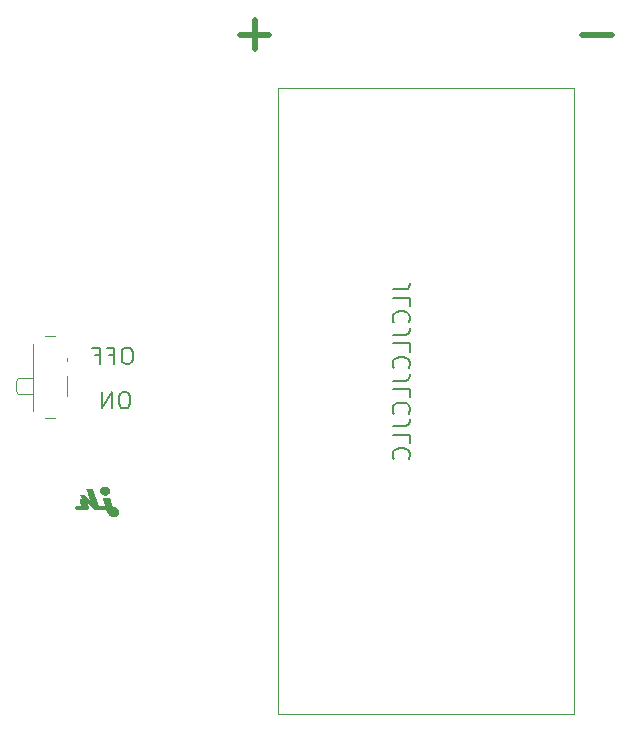
<source format=gbr>
%TF.GenerationSoftware,KiCad,Pcbnew,(5.1.10)-1*%
%TF.CreationDate,2021-10-17T16:41:48+02:00*%
%TF.ProjectId,TVZ_kuglica,54565a5f-6b75-4676-9c69-63612e6b6963,rev?*%
%TF.SameCoordinates,Original*%
%TF.FileFunction,Legend,Bot*%
%TF.FilePolarity,Positive*%
%FSLAX46Y46*%
G04 Gerber Fmt 4.6, Leading zero omitted, Abs format (unit mm)*
G04 Created by KiCad (PCBNEW (5.1.10)-1) date 2021-10-17 16:41:48*
%MOMM*%
%LPD*%
G01*
G04 APERTURE LIST*
%ADD10C,0.200000*%
%ADD11C,0.010000*%
%ADD12C,0.500000*%
%ADD13C,0.120000*%
G04 APERTURE END LIST*
D10*
X110616666Y-100983333D02*
X110350000Y-100983333D01*
X110216666Y-101050000D01*
X110083333Y-101183333D01*
X110016666Y-101450000D01*
X110016666Y-101916666D01*
X110083333Y-102183333D01*
X110216666Y-102316666D01*
X110350000Y-102383333D01*
X110616666Y-102383333D01*
X110750000Y-102316666D01*
X110883333Y-102183333D01*
X110950000Y-101916666D01*
X110950000Y-101450000D01*
X110883333Y-101183333D01*
X110750000Y-101050000D01*
X110616666Y-100983333D01*
X109416666Y-102383333D02*
X109416666Y-100983333D01*
X108616666Y-102383333D01*
X108616666Y-100983333D01*
X110833333Y-97233333D02*
X110566666Y-97233333D01*
X110433333Y-97300000D01*
X110300000Y-97433333D01*
X110233333Y-97700000D01*
X110233333Y-98166666D01*
X110300000Y-98433333D01*
X110433333Y-98566666D01*
X110566666Y-98633333D01*
X110833333Y-98633333D01*
X110966666Y-98566666D01*
X111100000Y-98433333D01*
X111166666Y-98166666D01*
X111166666Y-97700000D01*
X111100000Y-97433333D01*
X110966666Y-97300000D01*
X110833333Y-97233333D01*
X109166666Y-97900000D02*
X109633333Y-97900000D01*
X109633333Y-98633333D02*
X109633333Y-97233333D01*
X108966666Y-97233333D01*
X107966666Y-97900000D02*
X108433333Y-97900000D01*
X108433333Y-98633333D02*
X108433333Y-97233333D01*
X107766666Y-97233333D01*
X133178571Y-92321428D02*
X134250000Y-92321428D01*
X134464285Y-92250000D01*
X134607142Y-92107142D01*
X134678571Y-91892857D01*
X134678571Y-91750000D01*
X134678571Y-93750000D02*
X134678571Y-93035714D01*
X133178571Y-93035714D01*
X134535714Y-95107142D02*
X134607142Y-95035714D01*
X134678571Y-94821428D01*
X134678571Y-94678571D01*
X134607142Y-94464285D01*
X134464285Y-94321428D01*
X134321428Y-94250000D01*
X134035714Y-94178571D01*
X133821428Y-94178571D01*
X133535714Y-94250000D01*
X133392857Y-94321428D01*
X133250000Y-94464285D01*
X133178571Y-94678571D01*
X133178571Y-94821428D01*
X133250000Y-95035714D01*
X133321428Y-95107142D01*
X133178571Y-96178571D02*
X134250000Y-96178571D01*
X134464285Y-96107142D01*
X134607142Y-95964285D01*
X134678571Y-95750000D01*
X134678571Y-95607142D01*
X134678571Y-97607142D02*
X134678571Y-96892857D01*
X133178571Y-96892857D01*
X134535714Y-98964285D02*
X134607142Y-98892857D01*
X134678571Y-98678571D01*
X134678571Y-98535714D01*
X134607142Y-98321428D01*
X134464285Y-98178571D01*
X134321428Y-98107142D01*
X134035714Y-98035714D01*
X133821428Y-98035714D01*
X133535714Y-98107142D01*
X133392857Y-98178571D01*
X133250000Y-98321428D01*
X133178571Y-98535714D01*
X133178571Y-98678571D01*
X133250000Y-98892857D01*
X133321428Y-98964285D01*
X133178571Y-100035714D02*
X134250000Y-100035714D01*
X134464285Y-99964285D01*
X134607142Y-99821428D01*
X134678571Y-99607142D01*
X134678571Y-99464285D01*
X134678571Y-101464285D02*
X134678571Y-100750000D01*
X133178571Y-100750000D01*
X134535714Y-102821428D02*
X134607142Y-102750000D01*
X134678571Y-102535714D01*
X134678571Y-102392857D01*
X134607142Y-102178571D01*
X134464285Y-102035714D01*
X134321428Y-101964285D01*
X134035714Y-101892857D01*
X133821428Y-101892857D01*
X133535714Y-101964285D01*
X133392857Y-102035714D01*
X133250000Y-102178571D01*
X133178571Y-102392857D01*
X133178571Y-102535714D01*
X133250000Y-102750000D01*
X133321428Y-102821428D01*
X133178571Y-103892857D02*
X134250000Y-103892857D01*
X134464285Y-103821428D01*
X134607142Y-103678571D01*
X134678571Y-103464285D01*
X134678571Y-103321428D01*
X134678571Y-105321428D02*
X134678571Y-104607142D01*
X133178571Y-104607142D01*
X134535714Y-106678571D02*
X134607142Y-106607142D01*
X134678571Y-106392857D01*
X134678571Y-106250000D01*
X134607142Y-106035714D01*
X134464285Y-105892857D01*
X134321428Y-105821428D01*
X134035714Y-105750000D01*
X133821428Y-105750000D01*
X133535714Y-105821428D01*
X133392857Y-105892857D01*
X133250000Y-106035714D01*
X133178571Y-106250000D01*
X133178571Y-106392857D01*
X133250000Y-106607142D01*
X133321428Y-106678571D01*
D11*
%TO.C,G\u002A\u002A\u002A*%
G36*
X107438892Y-109176177D02*
G01*
X107380420Y-109176556D01*
X107335129Y-109177253D01*
X107301672Y-109178322D01*
X107278703Y-109179818D01*
X107264874Y-109181792D01*
X107258840Y-109184301D01*
X107258436Y-109186184D01*
X107261260Y-109194930D01*
X107268336Y-109217349D01*
X107279201Y-109251955D01*
X107293393Y-109297262D01*
X107310447Y-109351786D01*
X107329902Y-109414039D01*
X107351293Y-109482538D01*
X107374157Y-109555795D01*
X107398032Y-109632326D01*
X107422454Y-109710645D01*
X107446960Y-109789266D01*
X107471086Y-109866704D01*
X107494370Y-109941472D01*
X107516349Y-110012086D01*
X107536558Y-110077060D01*
X107554536Y-110134908D01*
X107569818Y-110184145D01*
X107581941Y-110223284D01*
X107590444Y-110250841D01*
X107593917Y-110262196D01*
X107595972Y-110268736D01*
X107597517Y-110274186D01*
X107597865Y-110277871D01*
X107596331Y-110279119D01*
X107592228Y-110277256D01*
X107584869Y-110271608D01*
X107573570Y-110261502D01*
X107557643Y-110246265D01*
X107536402Y-110225223D01*
X107509161Y-110197703D01*
X107475233Y-110163031D01*
X107433934Y-110120534D01*
X107384575Y-110069538D01*
X107326472Y-110009371D01*
X107258938Y-109939357D01*
X107181286Y-109858826D01*
X107153148Y-109829645D01*
X107014157Y-109685508D01*
X106843642Y-109684785D01*
X106673128Y-109684063D01*
X106756318Y-109769391D01*
X106794827Y-109808881D01*
X106839098Y-109854266D01*
X106883799Y-109900081D01*
X106923600Y-109940862D01*
X106925533Y-109942843D01*
X107011558Y-110030966D01*
X106922547Y-110036599D01*
X106861234Y-110042307D01*
X106813357Y-110051259D01*
X106776665Y-110064255D01*
X106748909Y-110082092D01*
X106727838Y-110105571D01*
X106727696Y-110105775D01*
X106716602Y-110123970D01*
X106708913Y-110142990D01*
X106704860Y-110164560D01*
X106704672Y-110190403D01*
X106708580Y-110222243D01*
X106716813Y-110261805D01*
X106729601Y-110310812D01*
X106747173Y-110370987D01*
X106769759Y-110444057D01*
X106774982Y-110460636D01*
X106792582Y-110516614D01*
X106808508Y-110567738D01*
X106822158Y-110612033D01*
X106832926Y-110647523D01*
X106840210Y-110672233D01*
X106843405Y-110684185D01*
X106843500Y-110684870D01*
X106835792Y-110686664D01*
X106813579Y-110688261D01*
X106778231Y-110689628D01*
X106731118Y-110690731D01*
X106673611Y-110691536D01*
X106607078Y-110692008D01*
X106549813Y-110692125D01*
X106463565Y-110692341D01*
X106391932Y-110692983D01*
X106335155Y-110694046D01*
X106293477Y-110695523D01*
X106267140Y-110697407D01*
X106256387Y-110699691D01*
X106256125Y-110700149D01*
X106259277Y-110711451D01*
X106267340Y-110731585D01*
X106273731Y-110745790D01*
X106305352Y-110795252D01*
X106350312Y-110838762D01*
X106406761Y-110874978D01*
X106472847Y-110902557D01*
X106501252Y-110910790D01*
X106514956Y-110913738D01*
X106531846Y-110916145D01*
X106553418Y-110918048D01*
X106581172Y-110919483D01*
X106616605Y-110920485D01*
X106661215Y-110921091D01*
X106716499Y-110921337D01*
X106783957Y-110921260D01*
X106865085Y-110920896D01*
X106908393Y-110920635D01*
X106993364Y-110920076D01*
X107063946Y-110919527D01*
X107121621Y-110918914D01*
X107167876Y-110918164D01*
X107204195Y-110917202D01*
X107232062Y-110915954D01*
X107252962Y-110914344D01*
X107268381Y-110912300D01*
X107279801Y-110909746D01*
X107288709Y-110906608D01*
X107296589Y-110902812D01*
X107299907Y-110901027D01*
X107325104Y-110882825D01*
X107347448Y-110859599D01*
X107351280Y-110854305D01*
X107362120Y-110835338D01*
X107367959Y-110815808D01*
X107370072Y-110789880D01*
X107370078Y-110768435D01*
X107369150Y-110749164D01*
X107366578Y-110728231D01*
X107361833Y-110703557D01*
X107354391Y-110673064D01*
X107343727Y-110634672D01*
X107329313Y-110586303D01*
X107310624Y-110525877D01*
X107300845Y-110494724D01*
X107283308Y-110438899D01*
X107267434Y-110388113D01*
X107253821Y-110344304D01*
X107243070Y-110309408D01*
X107235778Y-110285362D01*
X107232545Y-110274105D01*
X107232438Y-110273544D01*
X107237903Y-110277520D01*
X107253159Y-110290888D01*
X107276502Y-110312096D01*
X107306227Y-110339589D01*
X107340627Y-110371814D01*
X107349516Y-110380199D01*
X107387568Y-110415913D01*
X107434396Y-110459499D01*
X107486999Y-110508186D01*
X107542374Y-110559201D01*
X107597522Y-110609773D01*
X107645188Y-110653263D01*
X107710521Y-110712670D01*
X107765721Y-110762367D01*
X107812476Y-110803237D01*
X107852477Y-110836166D01*
X107887411Y-110862038D01*
X107918967Y-110881736D01*
X107948836Y-110896147D01*
X107978704Y-110906153D01*
X108010262Y-110912640D01*
X108045198Y-110916492D01*
X108085202Y-110918594D01*
X108131962Y-110919829D01*
X108155172Y-110920327D01*
X108209027Y-110921140D01*
X108253219Y-110921068D01*
X108286147Y-110920152D01*
X108306205Y-110918433D01*
X108311938Y-110916335D01*
X108309515Y-110905368D01*
X108303220Y-110884386D01*
X108296063Y-110862781D01*
X108287663Y-110837273D01*
X108281908Y-110817708D01*
X108280188Y-110809472D01*
X108285635Y-110810300D01*
X108299853Y-110819526D01*
X108317891Y-110833638D01*
X108357730Y-110863474D01*
X108398026Y-110885710D01*
X108445705Y-110904355D01*
X108460431Y-110908287D01*
X108480337Y-110911490D01*
X108507248Y-110914074D01*
X108542986Y-110916147D01*
X108589377Y-110917818D01*
X108648243Y-110919199D01*
X108710526Y-110920240D01*
X108938457Y-110923582D01*
X108974915Y-111035743D01*
X109009114Y-111130680D01*
X109046014Y-111211757D01*
X109087047Y-111280936D01*
X109133642Y-111340179D01*
X109187229Y-111391450D01*
X109249238Y-111436712D01*
X109281244Y-111456206D01*
X109336762Y-111483073D01*
X109399737Y-111504851D01*
X109466720Y-111521042D01*
X109534261Y-111531147D01*
X109598908Y-111534668D01*
X109657213Y-111531106D01*
X109705725Y-111519963D01*
X109710420Y-111518211D01*
X109767550Y-111490076D01*
X109814285Y-111453422D01*
X109853330Y-111405707D01*
X109880650Y-111358257D01*
X109902334Y-111307599D01*
X109915786Y-111256239D01*
X109922196Y-111198633D01*
X109922851Y-111172344D01*
X109633307Y-111172344D01*
X109633075Y-111209315D01*
X109631622Y-111234720D01*
X109628077Y-111252861D01*
X109621566Y-111268043D01*
X109611219Y-111284570D01*
X109610282Y-111285956D01*
X109594868Y-111306116D01*
X109585033Y-111312454D01*
X109581380Y-111309768D01*
X109577427Y-111299525D01*
X109569412Y-111276389D01*
X109558081Y-111242596D01*
X109544178Y-111200382D01*
X109528449Y-111151985D01*
X109517802Y-111118908D01*
X109501780Y-111068243D01*
X109487811Y-111022724D01*
X109476514Y-110984480D01*
X109468509Y-110955640D01*
X109464412Y-110938335D01*
X109464160Y-110934257D01*
X109474942Y-110933591D01*
X109494220Y-110940568D01*
X109517957Y-110953087D01*
X109542116Y-110969048D01*
X109560796Y-110984535D01*
X109583000Y-111009597D01*
X109604350Y-111039783D01*
X109612199Y-111053281D01*
X109622102Y-111073828D01*
X109628327Y-111093076D01*
X109631709Y-111115752D01*
X109633089Y-111146582D01*
X109633307Y-111172344D01*
X109922851Y-111172344D01*
X109923156Y-111160121D01*
X109918662Y-111080831D01*
X109904141Y-111011654D01*
X109878354Y-110949482D01*
X109840065Y-110891208D01*
X109796427Y-110842077D01*
X109761668Y-110808816D01*
X109730514Y-110784095D01*
X109697140Y-110763682D01*
X109669250Y-110749648D01*
X109597429Y-110720834D01*
X109524607Y-110701385D01*
X109455738Y-110692536D01*
X109439015Y-110692125D01*
X109393289Y-110692125D01*
X109341388Y-110531391D01*
X109324109Y-110477869D01*
X109303353Y-110413557D01*
X109280513Y-110342775D01*
X109256982Y-110269841D01*
X109234155Y-110199076D01*
X109219733Y-110154359D01*
X109149980Y-109938062D01*
X108893678Y-109938063D01*
X108831701Y-109938257D01*
X108775123Y-109938809D01*
X108725812Y-109939670D01*
X108685639Y-109940794D01*
X108656475Y-109942131D01*
X108640188Y-109943635D01*
X108637375Y-109944602D01*
X108639682Y-109953261D01*
X108646296Y-109975572D01*
X108656758Y-110010045D01*
X108670609Y-110055189D01*
X108687390Y-110109513D01*
X108706641Y-110171528D01*
X108727905Y-110239742D01*
X108750720Y-110312665D01*
X108752469Y-110318245D01*
X108775363Y-110391334D01*
X108796741Y-110459717D01*
X108816146Y-110521920D01*
X108833120Y-110576467D01*
X108847206Y-110621886D01*
X108857944Y-110656703D01*
X108864877Y-110679442D01*
X108867547Y-110688630D01*
X108867563Y-110688737D01*
X108859908Y-110689482D01*
X108838072Y-110690170D01*
X108803750Y-110690783D01*
X108758635Y-110691303D01*
X108704422Y-110691711D01*
X108642806Y-110691989D01*
X108575480Y-110692118D01*
X108555283Y-110692125D01*
X108243004Y-110692125D01*
X107769228Y-109176063D01*
X107511890Y-109176063D01*
X107438892Y-109176177D01*
G37*
X107438892Y-109176177D02*
X107380420Y-109176556D01*
X107335129Y-109177253D01*
X107301672Y-109178322D01*
X107278703Y-109179818D01*
X107264874Y-109181792D01*
X107258840Y-109184301D01*
X107258436Y-109186184D01*
X107261260Y-109194930D01*
X107268336Y-109217349D01*
X107279201Y-109251955D01*
X107293393Y-109297262D01*
X107310447Y-109351786D01*
X107329902Y-109414039D01*
X107351293Y-109482538D01*
X107374157Y-109555795D01*
X107398032Y-109632326D01*
X107422454Y-109710645D01*
X107446960Y-109789266D01*
X107471086Y-109866704D01*
X107494370Y-109941472D01*
X107516349Y-110012086D01*
X107536558Y-110077060D01*
X107554536Y-110134908D01*
X107569818Y-110184145D01*
X107581941Y-110223284D01*
X107590444Y-110250841D01*
X107593917Y-110262196D01*
X107595972Y-110268736D01*
X107597517Y-110274186D01*
X107597865Y-110277871D01*
X107596331Y-110279119D01*
X107592228Y-110277256D01*
X107584869Y-110271608D01*
X107573570Y-110261502D01*
X107557643Y-110246265D01*
X107536402Y-110225223D01*
X107509161Y-110197703D01*
X107475233Y-110163031D01*
X107433934Y-110120534D01*
X107384575Y-110069538D01*
X107326472Y-110009371D01*
X107258938Y-109939357D01*
X107181286Y-109858826D01*
X107153148Y-109829645D01*
X107014157Y-109685508D01*
X106843642Y-109684785D01*
X106673128Y-109684063D01*
X106756318Y-109769391D01*
X106794827Y-109808881D01*
X106839098Y-109854266D01*
X106883799Y-109900081D01*
X106923600Y-109940862D01*
X106925533Y-109942843D01*
X107011558Y-110030966D01*
X106922547Y-110036599D01*
X106861234Y-110042307D01*
X106813357Y-110051259D01*
X106776665Y-110064255D01*
X106748909Y-110082092D01*
X106727838Y-110105571D01*
X106727696Y-110105775D01*
X106716602Y-110123970D01*
X106708913Y-110142990D01*
X106704860Y-110164560D01*
X106704672Y-110190403D01*
X106708580Y-110222243D01*
X106716813Y-110261805D01*
X106729601Y-110310812D01*
X106747173Y-110370987D01*
X106769759Y-110444057D01*
X106774982Y-110460636D01*
X106792582Y-110516614D01*
X106808508Y-110567738D01*
X106822158Y-110612033D01*
X106832926Y-110647523D01*
X106840210Y-110672233D01*
X106843405Y-110684185D01*
X106843500Y-110684870D01*
X106835792Y-110686664D01*
X106813579Y-110688261D01*
X106778231Y-110689628D01*
X106731118Y-110690731D01*
X106673611Y-110691536D01*
X106607078Y-110692008D01*
X106549813Y-110692125D01*
X106463565Y-110692341D01*
X106391932Y-110692983D01*
X106335155Y-110694046D01*
X106293477Y-110695523D01*
X106267140Y-110697407D01*
X106256387Y-110699691D01*
X106256125Y-110700149D01*
X106259277Y-110711451D01*
X106267340Y-110731585D01*
X106273731Y-110745790D01*
X106305352Y-110795252D01*
X106350312Y-110838762D01*
X106406761Y-110874978D01*
X106472847Y-110902557D01*
X106501252Y-110910790D01*
X106514956Y-110913738D01*
X106531846Y-110916145D01*
X106553418Y-110918048D01*
X106581172Y-110919483D01*
X106616605Y-110920485D01*
X106661215Y-110921091D01*
X106716499Y-110921337D01*
X106783957Y-110921260D01*
X106865085Y-110920896D01*
X106908393Y-110920635D01*
X106993364Y-110920076D01*
X107063946Y-110919527D01*
X107121621Y-110918914D01*
X107167876Y-110918164D01*
X107204195Y-110917202D01*
X107232062Y-110915954D01*
X107252962Y-110914344D01*
X107268381Y-110912300D01*
X107279801Y-110909746D01*
X107288709Y-110906608D01*
X107296589Y-110902812D01*
X107299907Y-110901027D01*
X107325104Y-110882825D01*
X107347448Y-110859599D01*
X107351280Y-110854305D01*
X107362120Y-110835338D01*
X107367959Y-110815808D01*
X107370072Y-110789880D01*
X107370078Y-110768435D01*
X107369150Y-110749164D01*
X107366578Y-110728231D01*
X107361833Y-110703557D01*
X107354391Y-110673064D01*
X107343727Y-110634672D01*
X107329313Y-110586303D01*
X107310624Y-110525877D01*
X107300845Y-110494724D01*
X107283308Y-110438899D01*
X107267434Y-110388113D01*
X107253821Y-110344304D01*
X107243070Y-110309408D01*
X107235778Y-110285362D01*
X107232545Y-110274105D01*
X107232438Y-110273544D01*
X107237903Y-110277520D01*
X107253159Y-110290888D01*
X107276502Y-110312096D01*
X107306227Y-110339589D01*
X107340627Y-110371814D01*
X107349516Y-110380199D01*
X107387568Y-110415913D01*
X107434396Y-110459499D01*
X107486999Y-110508186D01*
X107542374Y-110559201D01*
X107597522Y-110609773D01*
X107645188Y-110653263D01*
X107710521Y-110712670D01*
X107765721Y-110762367D01*
X107812476Y-110803237D01*
X107852477Y-110836166D01*
X107887411Y-110862038D01*
X107918967Y-110881736D01*
X107948836Y-110896147D01*
X107978704Y-110906153D01*
X108010262Y-110912640D01*
X108045198Y-110916492D01*
X108085202Y-110918594D01*
X108131962Y-110919829D01*
X108155172Y-110920327D01*
X108209027Y-110921140D01*
X108253219Y-110921068D01*
X108286147Y-110920152D01*
X108306205Y-110918433D01*
X108311938Y-110916335D01*
X108309515Y-110905368D01*
X108303220Y-110884386D01*
X108296063Y-110862781D01*
X108287663Y-110837273D01*
X108281908Y-110817708D01*
X108280188Y-110809472D01*
X108285635Y-110810300D01*
X108299853Y-110819526D01*
X108317891Y-110833638D01*
X108357730Y-110863474D01*
X108398026Y-110885710D01*
X108445705Y-110904355D01*
X108460431Y-110908287D01*
X108480337Y-110911490D01*
X108507248Y-110914074D01*
X108542986Y-110916147D01*
X108589377Y-110917818D01*
X108648243Y-110919199D01*
X108710526Y-110920240D01*
X108938457Y-110923582D01*
X108974915Y-111035743D01*
X109009114Y-111130680D01*
X109046014Y-111211757D01*
X109087047Y-111280936D01*
X109133642Y-111340179D01*
X109187229Y-111391450D01*
X109249238Y-111436712D01*
X109281244Y-111456206D01*
X109336762Y-111483073D01*
X109399737Y-111504851D01*
X109466720Y-111521042D01*
X109534261Y-111531147D01*
X109598908Y-111534668D01*
X109657213Y-111531106D01*
X109705725Y-111519963D01*
X109710420Y-111518211D01*
X109767550Y-111490076D01*
X109814285Y-111453422D01*
X109853330Y-111405707D01*
X109880650Y-111358257D01*
X109902334Y-111307599D01*
X109915786Y-111256239D01*
X109922196Y-111198633D01*
X109922851Y-111172344D01*
X109633307Y-111172344D01*
X109633075Y-111209315D01*
X109631622Y-111234720D01*
X109628077Y-111252861D01*
X109621566Y-111268043D01*
X109611219Y-111284570D01*
X109610282Y-111285956D01*
X109594868Y-111306116D01*
X109585033Y-111312454D01*
X109581380Y-111309768D01*
X109577427Y-111299525D01*
X109569412Y-111276389D01*
X109558081Y-111242596D01*
X109544178Y-111200382D01*
X109528449Y-111151985D01*
X109517802Y-111118908D01*
X109501780Y-111068243D01*
X109487811Y-111022724D01*
X109476514Y-110984480D01*
X109468509Y-110955640D01*
X109464412Y-110938335D01*
X109464160Y-110934257D01*
X109474942Y-110933591D01*
X109494220Y-110940568D01*
X109517957Y-110953087D01*
X109542116Y-110969048D01*
X109560796Y-110984535D01*
X109583000Y-111009597D01*
X109604350Y-111039783D01*
X109612199Y-111053281D01*
X109622102Y-111073828D01*
X109628327Y-111093076D01*
X109631709Y-111115752D01*
X109633089Y-111146582D01*
X109633307Y-111172344D01*
X109922851Y-111172344D01*
X109923156Y-111160121D01*
X109918662Y-111080831D01*
X109904141Y-111011654D01*
X109878354Y-110949482D01*
X109840065Y-110891208D01*
X109796427Y-110842077D01*
X109761668Y-110808816D01*
X109730514Y-110784095D01*
X109697140Y-110763682D01*
X109669250Y-110749648D01*
X109597429Y-110720834D01*
X109524607Y-110701385D01*
X109455738Y-110692536D01*
X109439015Y-110692125D01*
X109393289Y-110692125D01*
X109341388Y-110531391D01*
X109324109Y-110477869D01*
X109303353Y-110413557D01*
X109280513Y-110342775D01*
X109256982Y-110269841D01*
X109234155Y-110199076D01*
X109219733Y-110154359D01*
X109149980Y-109938062D01*
X108893678Y-109938063D01*
X108831701Y-109938257D01*
X108775123Y-109938809D01*
X108725812Y-109939670D01*
X108685639Y-109940794D01*
X108656475Y-109942131D01*
X108640188Y-109943635D01*
X108637375Y-109944602D01*
X108639682Y-109953261D01*
X108646296Y-109975572D01*
X108656758Y-110010045D01*
X108670609Y-110055189D01*
X108687390Y-110109513D01*
X108706641Y-110171528D01*
X108727905Y-110239742D01*
X108750720Y-110312665D01*
X108752469Y-110318245D01*
X108775363Y-110391334D01*
X108796741Y-110459717D01*
X108816146Y-110521920D01*
X108833120Y-110576467D01*
X108847206Y-110621886D01*
X108857944Y-110656703D01*
X108864877Y-110679442D01*
X108867547Y-110688630D01*
X108867563Y-110688737D01*
X108859908Y-110689482D01*
X108838072Y-110690170D01*
X108803750Y-110690783D01*
X108758635Y-110691303D01*
X108704422Y-110691711D01*
X108642806Y-110691989D01*
X108575480Y-110692118D01*
X108555283Y-110692125D01*
X108243004Y-110692125D01*
X107769228Y-109176063D01*
X107511890Y-109176063D01*
X107438892Y-109176177D01*
G36*
X108765721Y-109010609D02*
G01*
X108718635Y-109014585D01*
X108687925Y-109020409D01*
X108630352Y-109041801D01*
X108573314Y-109073897D01*
X108520993Y-109113665D01*
X108477574Y-109158074D01*
X108455667Y-109188715D01*
X108430701Y-109244254D01*
X108417328Y-109306605D01*
X108415508Y-109371778D01*
X108425199Y-109435780D01*
X108446362Y-109494623D01*
X108458997Y-109517375D01*
X108501320Y-109571145D01*
X108555016Y-109618082D01*
X108616043Y-109655135D01*
X108669547Y-109676251D01*
X108705024Y-109683912D01*
X108748598Y-109689053D01*
X108795397Y-109691538D01*
X108840546Y-109691229D01*
X108879170Y-109687990D01*
X108903282Y-109682813D01*
X108975287Y-109654220D01*
X109034297Y-109620284D01*
X109082719Y-109579496D01*
X109101395Y-109558867D01*
X109137395Y-109509714D01*
X109160832Y-109461650D01*
X109173282Y-109409973D01*
X109176315Y-109349983D01*
X109175916Y-109336186D01*
X109173473Y-109297909D01*
X109168709Y-109268889D01*
X109160083Y-109242524D01*
X109147709Y-109215550D01*
X109109841Y-109156178D01*
X109059677Y-109103888D01*
X109000049Y-109060951D01*
X108933790Y-109029638D01*
X108904326Y-109020409D01*
X108865002Y-109013521D01*
X108816655Y-109010254D01*
X108765721Y-109010609D01*
G37*
X108765721Y-109010609D02*
X108718635Y-109014585D01*
X108687925Y-109020409D01*
X108630352Y-109041801D01*
X108573314Y-109073897D01*
X108520993Y-109113665D01*
X108477574Y-109158074D01*
X108455667Y-109188715D01*
X108430701Y-109244254D01*
X108417328Y-109306605D01*
X108415508Y-109371778D01*
X108425199Y-109435780D01*
X108446362Y-109494623D01*
X108458997Y-109517375D01*
X108501320Y-109571145D01*
X108555016Y-109618082D01*
X108616043Y-109655135D01*
X108669547Y-109676251D01*
X108705024Y-109683912D01*
X108748598Y-109689053D01*
X108795397Y-109691538D01*
X108840546Y-109691229D01*
X108879170Y-109687990D01*
X108903282Y-109682813D01*
X108975287Y-109654220D01*
X109034297Y-109620284D01*
X109082719Y-109579496D01*
X109101395Y-109558867D01*
X109137395Y-109509714D01*
X109160832Y-109461650D01*
X109173282Y-109409973D01*
X109176315Y-109349983D01*
X109175916Y-109336186D01*
X109173473Y-109297909D01*
X109168709Y-109268889D01*
X109160083Y-109242524D01*
X109147709Y-109215550D01*
X109109841Y-109156178D01*
X109059677Y-109103888D01*
X109000049Y-109060951D01*
X108933790Y-109029638D01*
X108904326Y-109020409D01*
X108865002Y-109013521D01*
X108816655Y-109010254D01*
X108765721Y-109010609D01*
D12*
%TO.C,BT1*%
X151750000Y-70750000D02*
X149250000Y-70750000D01*
X120250000Y-70750000D02*
X122750000Y-70750000D01*
X121500000Y-72000000D02*
X121500000Y-69500000D01*
D13*
X123500000Y-128250000D02*
X123500000Y-75250000D01*
X148500000Y-75250000D02*
X123500000Y-75250000D01*
X148500000Y-128250000D02*
X148500000Y-75250000D01*
X123500000Y-128250000D02*
X148500000Y-128250000D01*
%TO.C,SW1*%
X103780000Y-96300000D02*
X104570000Y-96300000D01*
X104570000Y-103200000D02*
X103780000Y-103200000D01*
X105620000Y-101350000D02*
X105620000Y-99650000D01*
X102770000Y-102600000D02*
X102770000Y-96900000D01*
X101480000Y-99850000D02*
X102770000Y-99850000D01*
X101270000Y-100950000D02*
X101270000Y-100050000D01*
X102770000Y-101150000D02*
X101480000Y-101150000D01*
X101480000Y-99850000D02*
X101270000Y-100050000D01*
X101480000Y-101150000D02*
X101270000Y-100950000D01*
X105620000Y-98350000D02*
X105620000Y-98150000D01*
%TD*%
M02*

</source>
